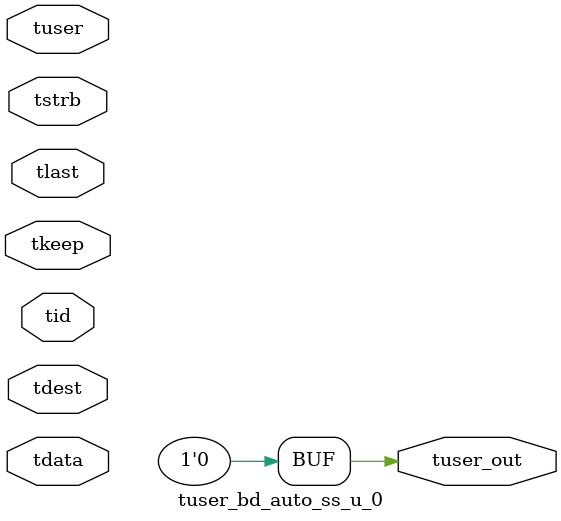
<source format=v>


`timescale 1ps/1ps

module tuser_bd_auto_ss_u_0 #
(
parameter C_S_AXIS_TUSER_WIDTH = 1,
parameter C_S_AXIS_TDATA_WIDTH = 32,
parameter C_S_AXIS_TID_WIDTH   = 0,
parameter C_S_AXIS_TDEST_WIDTH = 0,
parameter C_M_AXIS_TUSER_WIDTH = 1
)
(
input  [(C_S_AXIS_TUSER_WIDTH == 0 ? 1 : C_S_AXIS_TUSER_WIDTH)-1:0     ] tuser,
input  [(C_S_AXIS_TDATA_WIDTH == 0 ? 1 : C_S_AXIS_TDATA_WIDTH)-1:0     ] tdata,
input  [(C_S_AXIS_TID_WIDTH   == 0 ? 1 : C_S_AXIS_TID_WIDTH)-1:0       ] tid,
input  [(C_S_AXIS_TDEST_WIDTH == 0 ? 1 : C_S_AXIS_TDEST_WIDTH)-1:0     ] tdest,
input  [(C_S_AXIS_TDATA_WIDTH/8)-1:0 ] tkeep,
input  [(C_S_AXIS_TDATA_WIDTH/8)-1:0 ] tstrb,
input                                                                    tlast,
output [C_M_AXIS_TUSER_WIDTH-1:0] tuser_out
);

assign tuser_out = {4'b0000};

endmodule


</source>
